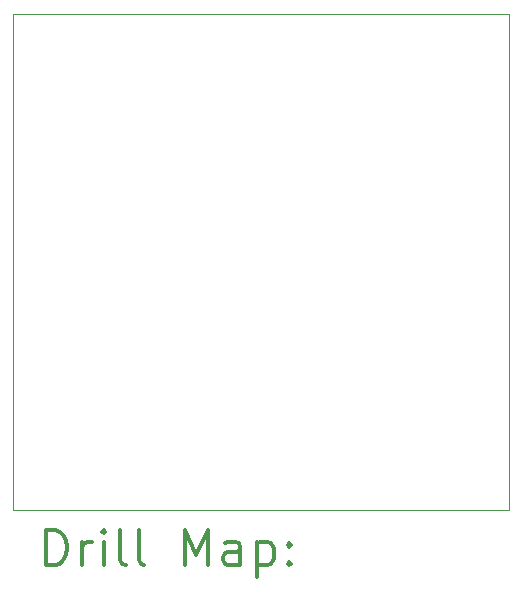
<source format=gbr>
%FSLAX45Y45*%
G04 Gerber Fmt 4.5, Leading zero omitted, Abs format (unit mm)*
G04 Created by KiCad (PCBNEW 5.1.10-88a1d61d58~90~ubuntu20.04.1) date 2021-08-08 16:05:03*
%MOMM*%
%LPD*%
G01*
G04 APERTURE LIST*
%TA.AperFunction,Profile*%
%ADD10C,0.050000*%
%TD*%
%ADD11C,0.200000*%
%ADD12C,0.300000*%
G04 APERTURE END LIST*
D10*
X19053810Y-11042650D02*
X23253700Y-11042650D01*
X19053810Y-15242540D02*
X19053810Y-11042650D01*
X23253700Y-15242540D02*
X23253700Y-11042650D01*
X19053810Y-15242540D02*
X23253700Y-15242540D01*
D11*
D12*
X19337738Y-15710754D02*
X19337738Y-15410754D01*
X19409167Y-15410754D01*
X19452024Y-15425040D01*
X19480596Y-15453611D01*
X19494881Y-15482183D01*
X19509167Y-15539326D01*
X19509167Y-15582183D01*
X19494881Y-15639326D01*
X19480596Y-15667897D01*
X19452024Y-15696469D01*
X19409167Y-15710754D01*
X19337738Y-15710754D01*
X19637738Y-15710754D02*
X19637738Y-15510754D01*
X19637738Y-15567897D02*
X19652024Y-15539326D01*
X19666310Y-15525040D01*
X19694881Y-15510754D01*
X19723453Y-15510754D01*
X19823453Y-15710754D02*
X19823453Y-15510754D01*
X19823453Y-15410754D02*
X19809167Y-15425040D01*
X19823453Y-15439326D01*
X19837738Y-15425040D01*
X19823453Y-15410754D01*
X19823453Y-15439326D01*
X20009167Y-15710754D02*
X19980596Y-15696469D01*
X19966310Y-15667897D01*
X19966310Y-15410754D01*
X20166310Y-15710754D02*
X20137738Y-15696469D01*
X20123453Y-15667897D01*
X20123453Y-15410754D01*
X20509167Y-15710754D02*
X20509167Y-15410754D01*
X20609167Y-15625040D01*
X20709167Y-15410754D01*
X20709167Y-15710754D01*
X20980596Y-15710754D02*
X20980596Y-15553611D01*
X20966310Y-15525040D01*
X20937738Y-15510754D01*
X20880596Y-15510754D01*
X20852024Y-15525040D01*
X20980596Y-15696469D02*
X20952024Y-15710754D01*
X20880596Y-15710754D01*
X20852024Y-15696469D01*
X20837738Y-15667897D01*
X20837738Y-15639326D01*
X20852024Y-15610754D01*
X20880596Y-15596469D01*
X20952024Y-15596469D01*
X20980596Y-15582183D01*
X21123453Y-15510754D02*
X21123453Y-15810754D01*
X21123453Y-15525040D02*
X21152024Y-15510754D01*
X21209167Y-15510754D01*
X21237738Y-15525040D01*
X21252024Y-15539326D01*
X21266310Y-15567897D01*
X21266310Y-15653611D01*
X21252024Y-15682183D01*
X21237738Y-15696469D01*
X21209167Y-15710754D01*
X21152024Y-15710754D01*
X21123453Y-15696469D01*
X21394881Y-15682183D02*
X21409167Y-15696469D01*
X21394881Y-15710754D01*
X21380596Y-15696469D01*
X21394881Y-15682183D01*
X21394881Y-15710754D01*
X21394881Y-15525040D02*
X21409167Y-15539326D01*
X21394881Y-15553611D01*
X21380596Y-15539326D01*
X21394881Y-15525040D01*
X21394881Y-15553611D01*
M02*

</source>
